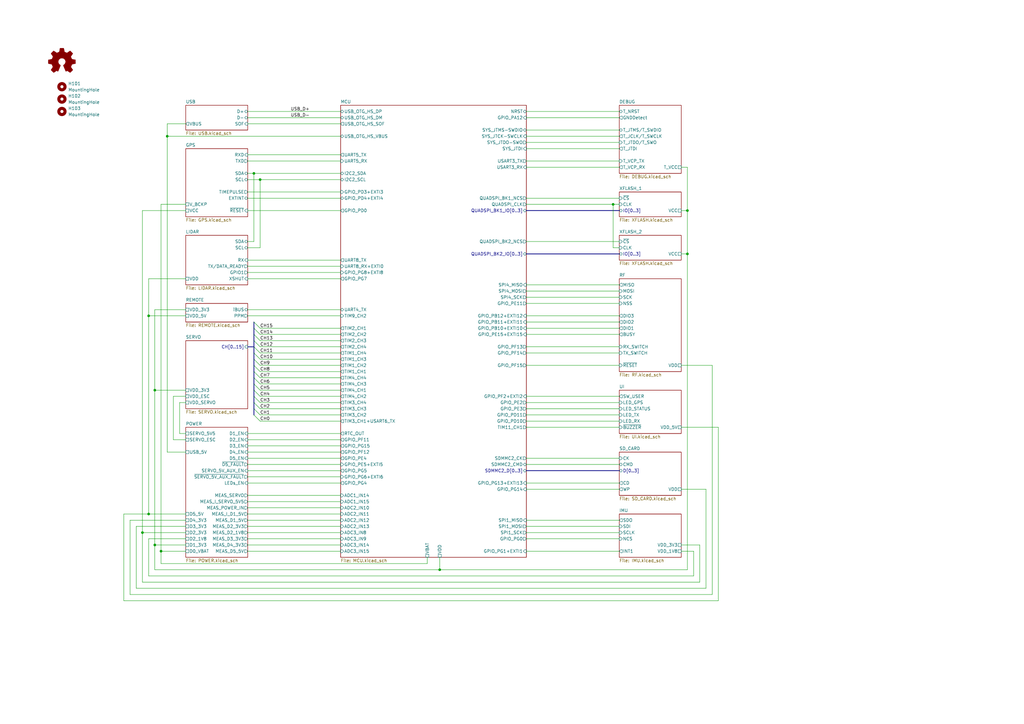
<source format=kicad_sch>
(kicad_sch (version 20230121) (generator eeschema)
  (paper "A3")
  (title_block (title "Avionus_Flight_Controller") (date "2023-11-25") (rev "1.0"))
  (lib_symbols
    (symbol "Graphic:Logo_Open_Hardware_Small" (in_bom no) (on_board no)
      (symbol "Logo_Open_Hardware_Small_0_1"
        (polyline (pts (xy 3.3528 -4.3434) (xy 3.302 -4.318) (xy 3.175 -4.2418) (xy 2.9972 -4.1148) (xy 2.7686 -3.9624) (xy 2.54 -3.81) (xy 2.3622 -3.7084) (xy 2.2352 -3.6068) (xy 2.1844 -3.5814) (xy 2.159 -3.6068) (xy 2.0574 -3.6576) (xy 1.905 -3.7338) (xy 1.8034 -3.7846) (xy 1.6764 -3.8354) (xy 1.6002 -3.8354) (xy 1.6002 -3.8354) (xy 1.5494 -3.7338) (xy 1.4732 -3.5306) (xy 1.3462 -3.302) (xy 1.2446 -3.0226) (xy 1.1176 -2.7178) (xy 0.9652 -2.413) (xy 0.8636 -2.1082) (xy 0.7366 -1.8288) (xy 0.6604 -1.6256) (xy 0.6096 -1.4732) (xy 0.5842 -1.397) (xy 0.5842 -1.397) (xy 0.6604 -1.3208) (xy 0.7874 -1.2446) (xy 1.0414 -1.016) (xy 1.2954 -0.6858) (xy 1.4478 -0.3302) (xy 1.524 0.0762) (xy 1.4732 0.4572) (xy 1.3208 0.8128) (xy 1.0668 1.143) (xy 0.762 1.3716) (xy 0.4064 1.524) (xy 0 1.5748) (xy -0.381 1.5494) (xy -0.7366 1.397) (xy -1.0668 1.143) (xy -1.2192 0.9906) (xy -1.397 0.6604) (xy -1.524 0.3048) (xy -1.524 0.2286) (xy -1.4986 -0.1778) (xy -1.397 -0.5334) (xy -1.1938 -0.8636) (xy -0.9144 -1.143) (xy -0.8636 -1.1684) (xy -0.7366 -1.27) (xy -0.635 -1.3462) (xy -0.5842 -1.397) (xy -1.0668 -2.5908) (xy -1.143 -2.794) (xy -1.2954 -3.1242) (xy -1.397 -3.4036) (xy -1.4986 -3.6322) (xy -1.5748 -3.7846) (xy -1.6002 -3.8354) (xy -1.6002 -3.8354) (xy -1.651 -3.8354) (xy -1.7272 -3.81) (xy -1.905 -3.7338) (xy -2.0066 -3.683) (xy -2.1336 -3.6068) (xy -2.2098 -3.5814) (xy -2.2606 -3.6068) (xy -2.3622 -3.683) (xy -2.54 -3.81) (xy -2.7686 -3.9624) (xy -2.9718 -4.0894) (xy -3.1496 -4.2164) (xy -3.302 -4.318) (xy -3.3528 -4.3434) (xy -3.3782 -4.3434) (xy -3.429 -4.318) (xy -3.5306 -4.2164) (xy -3.7084 -4.064) (xy -3.937 -3.8354) (xy -3.9624 -3.81) (xy -4.1656 -3.6068) (xy -4.318 -3.4544) (xy -4.4196 -3.3274) (xy -4.445 -3.2766) (xy -4.445 -3.2766) (xy -4.4196 -3.2258) (xy -4.318 -3.0734) (xy -4.2164 -2.8956) (xy -4.064 -2.667) (xy -3.6576 -2.0828) (xy -3.8862 -1.5494) (xy -3.937 -1.3716) (xy -4.0386 -1.1684) (xy -4.0894 -1.0414) (xy -4.1148 -0.9652) (xy -4.191 -0.9398) (xy -4.318 -0.9144) (xy -4.5466 -0.8636) (xy -4.8006 -0.8128) (xy -5.0546 -0.7874) (xy -5.2578 -0.7366) (xy -5.4356 -0.7112) (xy -5.5118 -0.6858) (xy -5.5118 -0.6858) (xy -5.5372 -0.635) (xy -5.5372 -0.5588) (xy -5.5372 -0.4318) (xy -5.5626 -0.2286) (xy -5.5626 0.0762) (xy -5.5626 0.127) (xy -5.5372 0.4064) (xy -5.5372 0.635) (xy -5.5372 0.762) (xy -5.5372 0.8382) (xy -5.5372 0.8382) (xy -5.461 0.8382) (xy -5.3086 0.889) (xy -5.08 0.9144) (xy -4.826 0.9652) (xy -4.8006 0.9906) (xy -4.5466 1.0414) (xy -4.318 1.0668) (xy -4.1656 1.1176) (xy -4.0894 1.143) (xy -4.0894 1.143) (xy -4.0386 1.2446) (xy -3.9624 1.4224) (xy -3.8608 1.6256) (xy -3.7846 1.8288) (xy -3.7084 2.0066) (xy -3.6576 2.159) (xy -3.6322 2.2098) (xy -3.6322 2.2098) (xy -3.683 2.286) (xy -3.7592 2.413) (xy -3.8862 2.5908) (xy -4.064 2.8194) (xy -4.064 2.8448) (xy -4.2164 3.0734) (xy -4.3434 3.2512) (xy -4.4196 3.3782) (xy -4.445 3.4544) (xy -4.445 3.4544) (xy -4.3942 3.5052) (xy -4.2926 3.6322) (xy -4.1148 3.81) (xy -3.937 4.0132) (xy -3.8608 4.064) (xy -3.6576 4.2926) (xy -3.5052 4.4196) (xy -3.4036 4.4958) (xy -3.3528 4.5212) (xy -3.3528 4.5212) (xy -3.302 4.4704) (xy -3.1496 4.3688) (xy -2.9718 4.2418) (xy -2.7432 4.0894) (xy -2.7178 4.0894) (xy -2.4892 3.937) (xy -2.3114 3.81) (xy -2.1844 3.7084) (xy -2.1336 3.683) (xy -2.1082 3.683) (xy -2.032 3.7084) (xy -1.8542 3.7592) (xy -1.6764 3.8354) (xy -1.4732 3.937) (xy -1.27 4.0132) (xy -1.143 4.064) (xy -1.0668 4.1148) (xy -1.0668 4.1148) (xy -1.0414 4.191) (xy -1.016 4.3434) (xy -0.9652 4.572) (xy -0.9144 4.8514) (xy -0.889 4.9022) (xy -0.8382 5.1562) (xy -0.8128 5.3848) (xy -0.7874 5.5372) (xy -0.762 5.588) (xy -0.7112 5.6134) (xy -0.5842 5.6134) (xy -0.4064 5.6134) (xy -0.1524 5.6134) (xy 0.0762 5.6134) (xy 0.3302 5.6134) (xy 0.5334 5.6134) (xy 0.6858 5.588) (xy 0.7366 5.588) (xy 0.7366 5.588) (xy 0.762 5.5118) (xy 0.8128 5.334) (xy 0.8382 5.1054) (xy 0.9144 4.826) (xy 0.9144 4.7752) (xy 0.9652 4.5212) (xy 1.016 4.2926) (xy 1.0414 4.1402) (xy 1.0668 4.0894) (xy 1.0668 4.0894) (xy 1.1938 4.0386) (xy 1.3716 3.9624) (xy 1.5748 3.8608) (xy 2.0828 3.6576) (xy 2.7178 4.0894) (xy 2.7686 4.1402) (xy 2.9972 4.2926) (xy 3.175 4.4196) (xy 3.302 4.4958) (xy 3.3782 4.5212) (xy 3.3782 4.5212) (xy 3.429 4.4704) (xy 3.556 4.3434) (xy 3.7338 4.191) (xy 3.9116 3.9878) (xy 4.064 3.8354) (xy 4.2418 3.6576) (xy 4.3434 3.556) (xy 4.4196 3.4798) (xy 4.4196 3.429) (xy 4.4196 3.4036) (xy 4.3942 3.3274) (xy 4.2926 3.2004) (xy 4.1656 2.9972) (xy 4.0132 2.794) (xy 3.8862 2.5908) (xy 3.7592 2.3876) (xy 3.6576 2.2352) (xy 3.6322 2.159) (xy 3.6322 2.1336) (xy 3.683 2.0066) (xy 3.7592 1.8288) (xy 3.8608 1.6002) (xy 4.064 1.1176) (xy 4.3942 1.0414) (xy 4.5974 1.016) (xy 4.8768 0.9652) (xy 5.1308 0.9144) (xy 5.5372 0.8382) (xy 5.5626 -0.6604) (xy 5.4864 -0.6858) (xy 5.4356 -0.6858) (xy 5.2832 -0.7366) (xy 5.0546 -0.762) (xy 4.8006 -0.8128) (xy 4.5974 -0.8636) (xy 4.3688 -0.9144) (xy 4.2164 -0.9398) (xy 4.1402 -0.9398) (xy 4.1148 -0.9652) (xy 4.064 -1.0668) (xy 3.9878 -1.2446) (xy 3.9116 -1.4478) (xy 3.81 -1.651) (xy 3.7338 -1.8542) (xy 3.683 -2.0066) (xy 3.6576 -2.0828) (xy 3.683 -2.1336) (xy 3.7846 -2.2606) (xy 3.8862 -2.4638) (xy 4.0386 -2.667) (xy 4.191 -2.8956) (xy 4.318 -3.0734) (xy 4.3942 -3.2004) (xy 4.445 -3.2766) (xy 4.4196 -3.3274) (xy 4.3434 -3.429) (xy 4.1656 -3.5814) (xy 3.937 -3.8354) (xy 3.8862 -3.8608) (xy 3.683 -4.064) (xy 3.5306 -4.2164) (xy 3.4036 -4.318) (xy 3.3528 -4.3434)) (fill (type outline)))
      )
    )
    (symbol "Mechanical:MountingHole" (pin_names (offset 1.016))
      (property "Reference" "H" (at 0 5.08 0))
      (property "Value" "MountingHole" (at 0 3.175 0))
      (symbol "MountingHole_0_1"
        (circle (center 0 0) (radius 1.27) (stroke (width 1.27)))
      )
    )
  )
  (junction (at 63.5 160.02))
  (junction (at 60.96 129.54))
  (junction (at 60.96 210.82))
  (junction (at 104.14 71.12))
  (junction (at 251.46 83.82))
  (junction (at 106.68 73.66))
  (junction (at 281.94 104.14))
  (junction (at 281.94 86.36))
  (junction (at 63.5 223.52))
  (junction (at 58.42 218.44))
  (junction (at 180.34 233.68))
  (junction (at 68.58 55.88))
  (junction (at 66.04 226.06))
  (bus_entry (at 106.68 157.48) (size -2.54 -2.54))
  (bus_entry (at 106.68 172.72) (size -2.54 -2.54))
  (bus_entry (at 106.68 139.7) (size -2.54 -2.54))
  (bus_entry (at 106.68 134.62) (size -2.54 -2.54))
  (bus_entry (at 106.68 160.02) (size -2.54 -2.54))
  (bus_entry (at 106.68 144.78) (size -2.54 -2.54))
  (bus_entry (at 106.68 167.64) (size -2.54 -2.54))
  (bus_entry (at 106.68 170.18) (size -2.54 -2.54))
  (bus_entry (at 106.68 152.4) (size -2.54 -2.54))
  (bus_entry (at 106.68 149.86) (size -2.54 -2.54))
  (bus_entry (at 106.68 142.24) (size -2.54 -2.54))
  (bus_entry (at 106.68 165.1) (size -2.54 -2.54))
  (bus_entry (at 106.68 154.94) (size -2.54 -2.54))
  (bus_entry (at 106.68 162.56) (size -2.54 -2.54))
  (bus_entry (at 106.68 137.16) (size -2.54 -2.54))
  (bus_entry (at 106.68 147.32) (size -2.54 -2.54))
  (wire (pts (xy 215.9 198.12) (xy 254 198.12)))
  (wire (pts (xy 251.46 83.82) (xy 251.46 101.6)))
  (wire (pts (xy 215.9 190.5) (xy 254 190.5)))
  (wire (pts (xy 101.6 73.66) (xy 106.68 73.66)))
  (wire (pts (xy 68.58 50.8) (xy 76.2 50.8)))
  (wire (pts (xy 251.46 101.6) (xy 254 101.6)))
  (wire (pts (xy 101.6 86.36) (xy 139.7 86.36)))
  (wire (pts (xy 294.64 246.38) (xy 294.64 175.26)))
  (wire (pts (xy 215.9 167.64) (xy 254 167.64)))
  (wire (pts (xy 63.5 160.02) (xy 63.5 223.52)))
  (wire (pts (xy 215.9 116.84) (xy 254 116.84)))
  (wire (pts (xy 101.6 48.26) (xy 139.7 48.26)))
  (wire (pts (xy 292.1 243.84) (xy 292.1 149.86)))
  (wire (pts (xy 101.6 187.96) (xy 139.7 187.96)))
  (bus (pts (xy 215.9 86.36) (xy 254 86.36)))
  (bus (pts (xy 104.14 132.08) (xy 104.14 134.62)))
  (wire (pts (xy 215.9 121.92) (xy 254 121.92)))
  (wire (pts (xy 215.9 124.46) (xy 254 124.46)))
  (wire (pts (xy 50.8 246.38) (xy 294.64 246.38)))
  (wire (pts (xy 106.68 157.48) (xy 139.7 157.48)))
  (bus (pts (xy 104.14 170.18) (xy 104.14 167.64)))
  (wire (pts (xy 76.2 210.82) (xy 60.96 210.82)))
  (wire (pts (xy 284.48 236.22) (xy 284.48 226.06)))
  (wire (pts (xy 289.56 200.66) (xy 279.4 200.66)))
  (wire (pts (xy 101.6 78.74) (xy 139.7 78.74)))
  (wire (pts (xy 215.9 132.08) (xy 254 132.08)))
  (wire (pts (xy 58.42 218.44) (xy 58.42 86.36)))
  (wire (pts (xy 279.4 175.26) (xy 294.64 175.26)))
  (wire (pts (xy 106.68 165.1) (xy 139.7 165.1)))
  (wire (pts (xy 101.6 114.3) (xy 139.7 114.3)))
  (wire (pts (xy 101.6 99.06) (xy 104.14 99.06)))
  (wire (pts (xy 215.9 220.98) (xy 254 220.98)))
  (wire (pts (xy 58.42 218.44) (xy 58.42 238.76)))
  (wire (pts (xy 215.9 60.96) (xy 254 60.96)))
  (wire (pts (xy 281.94 104.14) (xy 281.94 233.68)))
  (wire (pts (xy 106.68 162.56) (xy 139.7 162.56)))
  (wire (pts (xy 215.9 66.04) (xy 254 66.04)))
  (bus (pts (xy 104.14 142.24) (xy 104.14 144.78)))
  (wire (pts (xy 215.9 119.38) (xy 254 119.38)))
  (wire (pts (xy 60.96 114.3) (xy 60.96 129.54)))
  (wire (pts (xy 289.56 241.3) (xy 289.56 200.66)))
  (wire (pts (xy 106.68 160.02) (xy 139.7 160.02)))
  (wire (pts (xy 66.04 83.82) (xy 76.2 83.82)))
  (wire (pts (xy 58.42 238.76) (xy 287.02 238.76)))
  (wire (pts (xy 106.68 172.72) (xy 139.7 172.72)))
  (wire (pts (xy 101.6 205.74) (xy 139.7 205.74)))
  (wire (pts (xy 58.42 86.36) (xy 76.2 86.36)))
  (wire (pts (xy 55.88 215.9) (xy 55.88 241.3)))
  (wire (pts (xy 60.96 210.82) (xy 50.8 210.82)))
  (wire (pts (xy 215.9 68.58) (xy 254 68.58)))
  (wire (pts (xy 101.6 129.54) (xy 139.7 129.54)))
  (wire (pts (xy 106.68 152.4) (xy 139.7 152.4)))
  (wire (pts (xy 63.5 127) (xy 76.2 127)))
  (wire (pts (xy 287.02 238.76) (xy 287.02 223.52)))
  (wire (pts (xy 215.9 48.26) (xy 254 48.26)))
  (wire (pts (xy 287.02 223.52) (xy 279.4 223.52)))
  (wire (pts (xy 71.12 162.56) (xy 71.12 180.34)))
  (wire (pts (xy 60.96 236.22) (xy 284.48 236.22)))
  (bus (pts (xy 215.9 193.04) (xy 254 193.04)))
  (wire (pts (xy 215.9 99.06) (xy 254 99.06)))
  (wire (pts (xy 101.6 63.5) (xy 139.7 63.5)))
  (wire (pts (xy 76.2 223.52) (xy 63.5 223.52)))
  (wire (pts (xy 76.2 185.42) (xy 68.58 185.42)))
  (wire (pts (xy 101.6 185.42) (xy 139.7 185.42)))
  (wire (pts (xy 106.68 139.7) (xy 139.7 139.7)))
  (wire (pts (xy 106.68 170.18) (xy 139.7 170.18)))
  (wire (pts (xy 106.68 137.16) (xy 139.7 137.16)))
  (wire (pts (xy 215.9 162.56) (xy 254 162.56)))
  (wire (pts (xy 215.9 200.66) (xy 254 200.66)))
  (wire (pts (xy 60.96 210.82) (xy 60.96 129.54)))
  (wire (pts (xy 76.2 215.9) (xy 55.88 215.9)))
  (bus (pts (xy 101.6 142.24) (xy 104.14 142.24)))
  (wire (pts (xy 175.26 231.14) (xy 175.26 228.6)))
  (wire (pts (xy 106.68 147.32) (xy 139.7 147.32)))
  (wire (pts (xy 101.6 106.68) (xy 139.7 106.68)))
  (wire (pts (xy 101.6 193.04) (xy 139.7 193.04)))
  (bus (pts (xy 104.14 154.94) (xy 104.14 157.48)))
  (wire (pts (xy 106.68 144.78) (xy 139.7 144.78)))
  (bus (pts (xy 215.9 104.14) (xy 254 104.14)))
  (wire (pts (xy 106.68 73.66) (xy 139.7 73.66)))
  (wire (pts (xy 215.9 226.06) (xy 254 226.06)))
  (bus (pts (xy 104.14 152.4) (xy 104.14 149.86)))
  (wire (pts (xy 76.2 162.56) (xy 71.12 162.56)))
  (wire (pts (xy 76.2 226.06) (xy 66.04 226.06)))
  (wire (pts (xy 215.9 172.72) (xy 254 172.72)))
  (wire (pts (xy 76.2 165.1) (xy 73.66 165.1)))
  (wire (pts (xy 66.04 226.06) (xy 66.04 83.82)))
  (wire (pts (xy 101.6 195.58) (xy 139.7 195.58)))
  (wire (pts (xy 101.6 213.36) (xy 139.7 213.36)))
  (wire (pts (xy 53.34 213.36) (xy 53.34 243.84)))
  (wire (pts (xy 281.94 104.14) (xy 281.94 86.36)))
  (wire (pts (xy 101.6 220.98) (xy 139.7 220.98)))
  (wire (pts (xy 101.6 198.12) (xy 139.7 198.12)))
  (wire (pts (xy 284.48 226.06) (xy 279.4 226.06)))
  (wire (pts (xy 215.9 215.9) (xy 254 215.9)))
  (wire (pts (xy 106.68 101.6) (xy 106.68 73.66)))
  (wire (pts (xy 215.9 142.24) (xy 254 142.24)))
  (wire (pts (xy 76.2 213.36) (xy 53.34 213.36)))
  (wire (pts (xy 215.9 144.78) (xy 254 144.78)))
  (wire (pts (xy 63.5 127) (xy 63.5 160.02)))
  (wire (pts (xy 251.46 83.82) (xy 254 83.82)))
  (wire (pts (xy 215.9 213.36) (xy 254 213.36)))
  (wire (pts (xy 101.6 81.28) (xy 139.7 81.28)))
  (wire (pts (xy 66.04 231.14) (xy 175.26 231.14)))
  (wire (pts (xy 101.6 66.04) (xy 139.7 66.04)))
  (bus (pts (xy 104.14 154.94) (xy 104.14 152.4)))
  (wire (pts (xy 106.68 167.64) (xy 139.7 167.64)))
  (wire (pts (xy 101.6 203.2) (xy 139.7 203.2)))
  (wire (pts (xy 50.8 210.82) (xy 50.8 246.38)))
  (wire (pts (xy 68.58 55.88) (xy 139.7 55.88)))
  (wire (pts (xy 215.9 83.82) (xy 251.46 83.82)))
  (wire (pts (xy 101.6 109.22) (xy 139.7 109.22)))
  (wire (pts (xy 101.6 101.6) (xy 106.68 101.6)))
  (bus (pts (xy 104.14 134.62) (xy 104.14 137.16)))
  (wire (pts (xy 73.66 165.1) (xy 73.66 177.8)))
  (wire (pts (xy 60.96 129.54) (xy 76.2 129.54)))
  (wire (pts (xy 281.94 68.58) (xy 279.4 68.58)))
  (wire (pts (xy 63.5 233.68) (xy 180.34 233.68)))
  (wire (pts (xy 101.6 215.9) (xy 139.7 215.9)))
  (wire (pts (xy 215.9 81.28) (xy 254 81.28)))
  (wire (pts (xy 101.6 180.34) (xy 139.7 180.34)))
  (wire (pts (xy 76.2 220.98) (xy 60.96 220.98)))
  (wire (pts (xy 281.94 86.36) (xy 279.4 86.36)))
  (wire (pts (xy 76.2 114.3) (xy 60.96 114.3)))
  (wire (pts (xy 101.6 127) (xy 139.7 127)))
  (wire (pts (xy 215.9 175.26) (xy 254 175.26)))
  (wire (pts (xy 215.9 218.44) (xy 254 218.44)))
  (wire (pts (xy 101.6 50.8) (xy 139.7 50.8)))
  (bus (pts (xy 104.14 160.02) (xy 104.14 157.48)))
  (wire (pts (xy 281.94 86.36) (xy 281.94 68.58)))
  (wire (pts (xy 53.34 243.84) (xy 292.1 243.84)))
  (wire (pts (xy 215.9 129.54) (xy 254 129.54)))
  (bus (pts (xy 104.14 160.02) (xy 104.14 162.56)))
  (bus (pts (xy 104.14 167.64) (xy 104.14 165.1)))
  (wire (pts (xy 180.34 233.68) (xy 281.94 233.68)))
  (wire (pts (xy 106.68 154.94) (xy 139.7 154.94)))
  (wire (pts (xy 215.9 134.62) (xy 254 134.62)))
  (wire (pts (xy 60.96 220.98) (xy 60.96 236.22)))
  (wire (pts (xy 76.2 218.44) (xy 58.42 218.44)))
  (wire (pts (xy 63.5 223.52) (xy 63.5 233.68)))
  (wire (pts (xy 104.14 99.06) (xy 104.14 71.12)))
  (wire (pts (xy 71.12 180.34) (xy 76.2 180.34)))
  (wire (pts (xy 215.9 45.72) (xy 254 45.72)))
  (wire (pts (xy 101.6 182.88) (xy 139.7 182.88)))
  (wire (pts (xy 180.34 233.68) (xy 180.34 228.6)))
  (wire (pts (xy 66.04 226.06) (xy 66.04 231.14)))
  (wire (pts (xy 101.6 45.72) (xy 139.7 45.72)))
  (wire (pts (xy 63.5 160.02) (xy 76.2 160.02)))
  (wire (pts (xy 215.9 149.86) (xy 254 149.86)))
  (wire (pts (xy 101.6 226.06) (xy 139.7 226.06)))
  (wire (pts (xy 101.6 111.76) (xy 139.7 111.76)))
  (wire (pts (xy 73.66 177.8) (xy 76.2 177.8)))
  (wire (pts (xy 68.58 55.88) (xy 68.58 50.8)))
  (bus (pts (xy 104.14 139.7) (xy 104.14 142.24)))
  (wire (pts (xy 68.58 185.42) (xy 68.58 55.88)))
  (wire (pts (xy 101.6 190.5) (xy 139.7 190.5)))
  (wire (pts (xy 101.6 71.12) (xy 104.14 71.12)))
  (wire (pts (xy 106.68 142.24) (xy 139.7 142.24)))
  (wire (pts (xy 101.6 208.28) (xy 139.7 208.28)))
  (wire (pts (xy 104.14 71.12) (xy 139.7 71.12)))
  (wire (pts (xy 215.9 165.1) (xy 254 165.1)))
  (wire (pts (xy 215.9 55.88) (xy 254 55.88)))
  (wire (pts (xy 215.9 137.16) (xy 254 137.16)))
  (wire (pts (xy 101.6 218.44) (xy 139.7 218.44)))
  (wire (pts (xy 55.88 241.3) (xy 289.56 241.3)))
  (wire (pts (xy 106.68 149.86) (xy 139.7 149.86)))
  (wire (pts (xy 106.68 134.62) (xy 139.7 134.62)))
  (wire (pts (xy 215.9 58.42) (xy 254 58.42)))
  (wire (pts (xy 101.6 210.82) (xy 139.7 210.82)))
  (wire (pts (xy 281.94 104.14) (xy 279.4 104.14)))
  (wire (pts (xy 215.9 53.34) (xy 254 53.34)))
  (wire (pts (xy 101.6 223.52) (xy 139.7 223.52)))
  (bus (pts (xy 104.14 137.16) (xy 104.14 139.7)))
  (bus (pts (xy 104.14 162.56) (xy 104.14 165.1)))
  (bus (pts (xy 104.14 147.32) (xy 104.14 144.78)))
  (wire (pts (xy 292.1 149.86) (xy 279.4 149.86)))
  (wire (pts (xy 101.6 177.8) (xy 139.7 177.8)))
  (bus (pts (xy 104.14 147.32) (xy 104.14 149.86)))
  (wire (pts (xy 215.9 170.18) (xy 254 170.18)))
  (wire (pts (xy 215.9 187.96) (xy 254 187.96)))
  (label "CH0" (at 106.68 172.72 0))
  (label "CH6" (at 106.68 157.48 0))
  (label "USB_D+" (at 127 45.72 180))
  (label "CH15" (at 106.68 134.62 0))
  (label "CH13" (at 106.68 139.7 0))
  (label "CH7" (at 106.68 154.94 0))
  (label "CH8" (at 106.68 152.4 0))
  (label "USB_D-" (at 127 48.26 180))
  (label "CH10" (at 106.68 147.32 0))
  (label "CH9" (at 106.68 149.86 0))
  (label "CH1" (at 106.68 170.18 0))
  (label "CH4" (at 106.68 162.56 0))
  (label "CH14" (at 106.68 137.16 0))
  (label "CH11" (at 106.68 144.78 0))
  (label "CH2" (at 106.68 167.64 0))
  (label "CH5" (at 106.68 160.02 0))
  (label "CH3" (at 106.68 165.1 0))
  (label "CH12" (at 106.68 142.24 0))
  (symbol (lib_id "Mechanical:MountingHole") (at 25.4 35.56 0) (unit 1)
    (property "Reference" "H101" (at 27.94 34.29 0) (effects (justify left)))
    (property "Value" "MountingHole" (at 27.94 36.83 0) (effects (justify left)))
    (property "Footprint" "MountingHole:MountingHole_3.2mm_M3" (effects hide))
  )
  (symbol (lib_id "Mechanical:MountingHole") (at 25.4 45.72 0) (unit 1)
    (property "Reference" "H103" (at 27.94 44.45 0) (effects (justify left)))
    (property "Value" "MountingHole" (at 27.94 46.99 0) (effects (justify left)))
    (property "Footprint" "MountingHole:MountingHole_3.2mm_M3" (effects hide))
  )
  (symbol (lib_id "Graphic:Logo_Open_Hardware_Small") (at 25.4 25.4 0) (unit 1) (in_bom no)
    (property "Reference" "SYM101" (effects hide))
    (property "Footprint" "leptunKicadLib:AMOGUS" (effects hide))
    (property "Sim.Enable" "0" (effects hide))
  )
  (symbol (lib_id "Mechanical:MountingHole") (at 25.4 40.64 0) (unit 1)
    (property "Reference" "H102" (at 27.94 39.37 0) (effects (justify left)))
    (property "Value" "MountingHole" (at 27.94 41.91 0) (effects (justify left)))
    (property "Footprint" "MountingHole:MountingHole_3.2mm_M3" (effects hide))
  )
  (sheet (at 76.2 139.7) (size 25.4 27.94) (stroke (width 0.1524))
    (property "Sheetname" "SERVO" (at 76.2 138.9884 0) (effects (justify left bottom)))
    (property "Sheetfile" "SERVO.kicad_sch" (at 76.2 168.2246 0) (effects (justify left top)))
    (pin "CH[0..15]" input (at 101.6 142.24 0))
    (pin "VDD_SERVO" passive (at 76.2 165.1 180))
    (pin "VDD_3V3" passive (at 76.2 160.02 180))
    (pin "VDD_ESC" passive (at 76.2 162.56 180))
  )
  (sheet (at 76.2 175.26) (size 25.4 53.34) (stroke (width 0.1524))
    (property "Sheetname" "POWER" (at 76.2 174.5484 0) (effects (justify left bottom)))
    (property "Sheetfile" "POWER.kicad_sch" (at 76.2 229.1846 0) (effects (justify left top)))
    (pin "MEAS_SERVO" output (at 101.6 203.2 0))
    (pin "SERVO_5V5" passive (at 76.2 177.8 180))
    (pin "D2_EN" input (at 101.6 180.34 0))
    (pin "D1_EN" input (at 101.6 177.8 0))
    (pin "USB_5V" passive (at 76.2 185.42 180))
    (pin "LEDs_EN" input (at 101.6 198.12 0))
    (pin "SERVO_5V_AUX_EN" input (at 101.6 193.04 0))
    (pin "~{SERVO_5V_AUX_FAULT}" output (at 101.6 195.58 0))
    (pin "D2_1V8" passive (at 76.2 220.98 180))
    (pin "D1_3V3" passive (at 76.2 223.52 180))
    (pin "D3_EN" input (at 101.6 182.88 0))
    (pin "D3_3V3" passive (at 76.2 215.9 180))
    (pin "D0_VBAT" passive (at 76.2 226.06 180))
    (pin "D2_3V3" passive (at 76.2 218.44 180))
    (pin "D4_EN" input (at 101.6 185.42 0))
    (pin "D4_3V3" passive (at 76.2 213.36 180))
    (pin "~{D5_FAULT}" output (at 101.6 190.5 0))
    (pin "D5_EN" input (at 101.6 187.96 0))
    (pin "D5_5V" passive (at 76.2 210.82 180))
    (pin "MEAS_D1_5V" output (at 101.6 213.36 0))
    (pin "MEAS_D4_3V3" output (at 101.6 223.52 0))
    (pin "MEAS_D2_1V8" output (at 101.6 218.44 0))
    (pin "MEAS_D3_3V3" output (at 101.6 220.98 0))
    (pin "MEAS_D2_3V3" output (at 101.6 215.9 0))
    (pin "MEAS_D5_5V" output (at 101.6 226.06 0))
    (pin "MEAS_POWER_IN" output (at 101.6 208.28 0))
    (pin "MEAS_I_D1_5V" output (at 101.6 210.82 0))
    (pin "MEAS_I_SERVO_5V5" output (at 101.6 205.74 0))
    (pin "SERVO_ESC" passive (at 76.2 180.34 180))
  )
  (sheet (at 254 78.74) (size 25.4 10.16) (stroke (width 0.1524))
    (property "Sheetname" "XFLASH_1" (at 254 78.0284 0) (effects (justify left bottom)))
    (property "Sheetfile" "XFLASH.kicad_sch" (at 254 89.4846 0) (effects (justify left top)))
    (pin "VCC" passive (at 279.4 86.36 0))
    (pin "~{CS}" input (at 254 81.28 180))
    (pin "CLK" input (at 254 83.82 180))
    (pin "IO[0..3]" bidirectional (at 254 86.36 180))
  )
  (sheet (at 76.2 60.96) (size 25.4 27.94) (stroke (width 0.1524))
    (property "Sheetname" "GPS" (at 76.2 60.2484 0) (effects (justify left bottom)))
    (property "Sheetfile" "GPS.kicad_sch" (at 76.2 89.4846 0) (effects (justify left top)))
    (pin "VCC" passive (at 76.2 86.36 180))
    (pin "V_BCKP" passive (at 76.2 83.82 180))
    (pin "TIMEPULSE" output (at 101.6 78.74 0))
    (pin "EXTINT" bidirectional (at 101.6 81.28 0))
    (pin "SCL" bidirectional (at 101.6 73.66 0))
    (pin "~{RESET}" input (at 101.6 86.36 0))
    (pin "SDA" bidirectional (at 101.6 71.12 0))
    (pin "RXD" input (at 101.6 63.5 0))
    (pin "TXD" output (at 101.6 66.04 0))
  )
  (sheet (at 254 43.18) (size 25.4 27.94) (stroke (width 0.1524))
    (property "Sheetname" "DEBUG" (at 254 42.4684 0) (effects (justify left bottom)))
    (property "Sheetfile" "DEBUG.kicad_sch" (at 254 71.7046 0) (effects (justify left top)))
    (pin "T_NRST " bidirectional (at 254 45.72 180))
    (pin "T_VCP_TX" input (at 254 66.04 180))
    (pin "T_JTDI" output (at 254 60.96 180))
    (pin "T_VCP_RX" output (at 254 68.58 180))
    (pin "T_VCC" passive (at 279.4 68.58 0))
    (pin "T_JCLK{slash}T_SWCLK" output (at 254 55.88 180))
    (pin "T_JTMS{slash}T_SWDIO" bidirectional (at 254 53.34 180))
    (pin "T_JTDO{slash}T_SWO" input (at 254 58.42 180))
    (pin "GNDDetect" output (at 254 48.26 180))
  )
  (sheet (at 254 160.02) (size 25.4 17.78) (stroke (width 0.1524))
    (property "Sheetname" "UI" (at 254 159.3084 0) (effects (justify left bottom)))
    (property "Sheetfile" "UI.kicad_sch" (at 254 178.3846 0) (effects (justify left top)))
    (pin "~{BUZZER}" input (at 254 175.26 180))
    (pin "LED_STATUS" input (at 254 167.64 180))
    (pin "LED_TX" input (at 254 170.18 180))
    (pin "LED_RX" input (at 254 172.72 180))
    (pin "LED_GPS" input (at 254 165.1 180))
    (pin "SW_USER" output (at 254 162.56 180))
    (pin "VDD_5V" passive (at 279.4 175.26 0))
  )
  (sheet (at 254 96.52) (size 25.4 10.16) (stroke (width 0.1524))
    (property "Sheetname" "XFLASH_2" (at 254 95.8084 0) (effects (justify left bottom)))
    (property "Sheetfile" "XFLASH.kicad_sch" (at 254 107.2646 0) (effects (justify left top)))
    (pin "VCC" passive (at 279.4 104.14 0))
    (pin "~{CS}" input (at 254 99.06 180))
    (pin "CLK" input (at 254 101.6 180))
    (pin "IO[0..3]" bidirectional (at 254 104.14 180))
  )
  (sheet (at 254 210.82) (size 25.4 17.78) (stroke (width 0.1524))
    (property "Sheetname" "IMU" (at 254 210.1084 0) (effects (justify left bottom)))
    (property "Sheetfile" "IMU.kicad_sch" (at 254 229.1846 0) (effects (justify left top)))
    (pin "VDD_1V8" passive (at 279.4 226.06 0))
    (pin "NCS" input (at 254 220.98 180))
    (pin "SDI" input (at 254 215.9 180))
    (pin "SDO" output (at 254 213.36 180))
    (pin "SCLK" input (at 254 218.44 180))
    (pin "VDD_3V3" passive (at 279.4 223.52 0))
    (pin "INT1" output (at 254 226.06 180))
  )
  (sheet (at 76.2 96.52) (size 25.4 20.32) (stroke (width 0.1524))
    (property "Sheetname" "LIDAR" (at 76.2 95.8084 0) (effects (justify left bottom)))
    (property "Sheetfile" "LIDAR.kicad_sch" (at 76.2 117.4246 0) (effects (justify left top)))
    (pin "SCL" bidirectional (at 101.6 101.6 0))
    (pin "RX" input (at 101.6 106.68 0))
    (pin "TX{slash}DATA_READY" output (at 101.6 109.22 0))
    (pin "SDA" bidirectional (at 101.6 99.06 0))
    (pin "VDD" passive (at 76.2 114.3 180))
    (pin "GPIO1" output (at 101.6 111.76 0))
    (pin "XSHUT" input (at 101.6 114.3 0))
  )
  (sheet (at 254 114.3) (size 25.4 38.1) (stroke (width 0.1524))
    (property "Sheetname" "RF" (at 254 113.5884 0) (effects (justify left bottom)))
    (property "Sheetfile" "RF.kicad_sch" (at 254 152.9846 0) (effects (justify left top)))
    (pin "SCK" input (at 254 121.92 180))
    (pin "MISO" output (at 254 116.84 180))
    (pin "MOSI" input (at 254 119.38 180))
    (pin "NSS" input (at 254 124.46 180))
    (pin "~{RESET}" input (at 254 149.86 180))
    (pin "VDD" passive (at 279.4 149.86 0))
    (pin "DIO3" output (at 254 129.54 180))
    (pin "DIO2" output (at 254 132.08 180))
    (pin "DIO1" output (at 254 134.62 180))
    (pin "BUSY" output (at 254 137.16 180))
    (pin "TX_SWITCH" input (at 254 144.78 180))
    (pin "RX_SWITCH" input (at 254 142.24 180))
  )
  (sheet (at 76.2 43.18) (size 25.4 10.16) (stroke (width 0.1524))
    (property "Sheetname" "USB" (at 76.2 42.4684 0) (effects (justify left bottom)))
    (property "Sheetfile" "USB.kicad_sch" (at 76.2 53.9246 0) (effects (justify left top)))
    (pin "D+" bidirectional (at 101.6 45.72 0))
    (pin "D-" bidirectional (at 101.6 48.26 0))
    (pin "VBUS" output (at 76.2 50.8 180))
    (pin "SOF" input (at 101.6 50.8 0))
  )
  (sheet (at 254 185.42) (size 25.4 17.78) (stroke (width 0.1524))
    (property "Sheetname" "SD_CARD" (at 254 184.7084 0) (effects (justify left bottom)))
    (property "Sheetfile" "SD_CARD.kicad_sch" (at 254 203.7846 0) (effects (justify left top)))
    (pin "CK" input (at 254 187.96 180))
    (pin "CMD" bidirectional (at 254 190.5 180))
    (pin "WP" output (at 254 200.66 180))
    (pin "CD" output (at 254 198.12 180))
    (pin "D[0..3]" bidirectional (at 254 193.04 180))
    (pin "VDD" passive (at 279.4 200.66 0))
  )
  (sheet (at 76.2 124.46) (size 25.4 7.62) (stroke (width 0.1524))
    (property "Sheetname" "REMOTE" (at 76.2 123.7484 0) (effects (justify left bottom)))
    (property "Sheetfile" "REMOTE.kicad_sch" (at 76.2 132.6646 0) (effects (justify left top)))
    (pin "PPM" output (at 101.6 129.54 0))
    (pin "iBUS" bidirectional (at 101.6 127 0))
    (pin "VDD_5V" passive (at 76.2 129.54 180))
    (pin "VDD_3V3" passive (at 76.2 127 180))
  )
  (sheet (at 139.7 43.18) (size 76.2 185.42) (stroke (width 0.1524))
    (property "Sheetname" "MCU" (at 139.7 42.4684 0) (effects (justify left bottom)))
    (property "Sheetfile" "MCU.kicad_sch" (at 139.7 229.1846 0) (effects (justify left top)))
    (pin "VDD" passive (at 180.34 228.6 270))
    (pin "VBAT" passive (at 175.26 228.6 270))
    (pin "NRST" bidirectional (at 215.9 45.72 0))
    (pin "SYS_JTMS-SWDIO" bidirectional (at 215.9 53.34 0))
    (pin "SYS_JTCK-SWCLK" input (at 215.9 55.88 0))
    (pin "SYS_JTDO-SWO" output (at 215.9 58.42 0))
    (pin "SYS_JTDI" input (at 215.9 60.96 0))
    (pin "QUADSPI_BK2_IO[0..3]" bidirectional (at 215.9 104.14 0))
    (pin "QUADSPI_BK1_IO[0..3]" bidirectional (at 215.9 86.36 0))
    (pin "QUADSPI_CLK" output (at 215.9 83.82 0))
    (pin "QUADSPI_BK1_NCS" output (at 215.9 81.28 0))
    (pin "QUADSPI_BK2_NCS" output (at 215.9 99.06 0))
    (pin "SDMMC2_CK" output (at 215.9 187.96 0))
    (pin "SDMMC2_CMD" bidirectional (at 215.9 190.5 0))
    (pin "SDMMC2_D[0..3]" bidirectional (at 215.9 193.04 0))
    (pin "USB_OTG_HS_DP" bidirectional (at 139.7 45.72 180))
    (pin "USB_OTG_HS_DM" bidirectional (at 139.7 48.26 180))
    (pin "USB_OTG_HS_VBUS" bidirectional (at 139.7 55.88 180))
    (pin "USB_OTG_HS_SOF" output (at 139.7 50.8 180))
    (pin "GPIO_PE15+EXTI15" input (at 215.9 137.16 0))
    (pin "SPI4_MOSI" output (at 215.9 119.38 0))
    (pin "SPI4_MISO" input (at 215.9 116.84 0))
    (pin "GPIO_PE5+EXTI5" input (at 139.7 190.5 180))
    (pin "UART8_TX" output (at 139.7 106.68 180))
    (pin "GPIO_PE4" output (at 139.7 187.96 180))
    (pin "GPIO_PE3" output (at 215.9 167.64 0))
    (pin "I2C2_SCL" bidirectional (at 139.7 73.66 180))
    (pin "ADC3_IN14" input (at 139.7 223.52 180))
    (pin "ADC3_IN15" input (at 139.7 226.06 180))
    (pin "GPIO_PF2+EXTI2" input (at 215.9 162.56 0))
    (pin "ADC3_IN9" input (at 139.7 220.98 180))
    (pin "SPI4_SCK" output (at 215.9 121.92 0))
    (pin "GPIO_PE11" output (at 215.9 124.46 0))
    (pin "TIM9_CH2" input (at 139.7 129.54 180))
    (pin "ADC3_IN8" input (at 139.7 218.44 180))
    (pin "GPIO_PF11" output (at 139.7 180.34 180))
    (pin "UART8_RX+EXTI0" input (at 139.7 109.22 180))
    (pin "GPIO_PF13" output (at 215.9 142.24 0))
    (pin "GPIO_PF15" output (at 215.9 149.86 0))
    (pin "GPIO_PF14" output (at 215.9 144.78 0))
    (pin "GPIO_PF12" output (at 139.7 185.42 180))
    (pin "TIM2_CH4" output (at 139.7 142.24 180))
    (pin "TIM2_CH1" output (at 139.7 134.62 180))
    (pin "TIM2_CH2" output (at 139.7 137.16 180))
    (pin "TIM2_CH3" output (at 139.7 139.7 180))
    (pin "SPI1_SCK" output (at 215.9 218.44 0))
    (pin "SPI1_MISO" input (at 215.9 213.36 0))
    (pin "SPI1_MOSI" output (at 215.9 215.9 0))
    (pin "TIM1_CH4" output (at 139.7 144.78 180))
    (pin "TIM1_CH3" output (at 139.7 147.32 180))
    (pin "TIM1_CH1" output (at 139.7 152.4 180))
    (pin "TIM1_CH2" output (at 139.7 149.86 180))
    (pin "TIM3_CH3" output (at 139.7 167.64 180))
    (pin "TIM3_CH2" output (at 139.7 170.18 180))
    (pin "TIM3_CH4" output (at 139.7 165.1 180))
    (pin "TIM3_CH1+USART6_TX" output (at 139.7 172.72 180))
    (pin "UART4_TX" bidirectional (at 139.7 127 180))
    (pin "USART3_RX" input (at 215.9 68.58 0))
    (pin "USART3_TX" output (at 215.9 66.04 0))
    (pin "GPIO_PD10" output (at 215.9 172.72 0))
    (pin "TIM4_CH3" output (at 139.7 157.48 180))
    (pin "TIM4_CH2" output (at 139.7 162.56 180))
    (pin "TIM4_CH4" output (at 139.7 154.94 180))
    (pin "TIM4_CH1" output (at 139.7 160.02 180))
    (pin "GPIO_PD11" output (at 215.9 170.18 0))
    (pin "GPIO_PD0" output (at 139.7 86.36 180))
    (pin "UART5_RX" input (at 139.7 66.04 180))
    (pin "GPIO_PD3+EXTI3" input (at 139.7 78.74 180))
    (pin "GPIO_PD4+EXTI4" bidirectional (at 139.7 81.28 180))
    (pin "RTC_OUT" output (at 139.7 177.8 180))
    (pin "UART5_TX" output (at 139.7 63.5 180))
    (pin "GPIO_PG5" output (at 139.7 193.04 180))
    (pin "GPIO_PG6+EXTI6" input (at 139.7 195.58 180))
    (pin "GPIO_PG14" input (at 215.9 200.66 0))
    (pin "GPIO_PG13+EXTI13" input (at 215.9 198.12 0))
    (pin "GPIO_PG15" output (at 139.7 182.88 180))
    (pin "GPIO_PG0" output (at 215.9 220.98 0))
    (pin "GPIO_PG1+EXTI1" input (at 215.9 226.06 0))
    (pin "TIM11_CH1" output (at 215.9 175.26 0))
    (pin "GPIO_PB10+EXTI10" input (at 215.9 134.62 0))
    (pin "GPIO_PB12+EXTI12" input (at 215.9 129.54 0))
    (pin "GPIO_PB11+EXTI11" input (at 215.9 132.08 0))
    (pin "ADC2_IN11" input (at 139.7 210.82 180))
    (pin "ADC2_IN13" input (at 139.7 215.9 180))
    (pin "ADC1_IN14" input (at 139.7 203.2 180))
    (pin "ADC2_IN10" input (at 139.7 208.28 180))
    (pin "ADC2_IN12" input (at 139.7 213.36 180))
    (pin "ADC1_IN15" input (at 139.7 205.74 180))
    (pin "I2C2_SDA" bidirectional (at 139.7 71.12 180))
    (pin "GPIO_PG4" output (at 139.7 198.12 180))
    (pin "GPIO_PA12" input (at 215.9 48.26 0))
    (pin "GPIO_PE2" output (at 215.9 165.1 0))
    (pin "GPIO_PG7" output (at 139.7 114.3 180))
    (pin "GPIO_PG8+EXTI8" input (at 139.7 111.76 180))
  )
)
</source>
